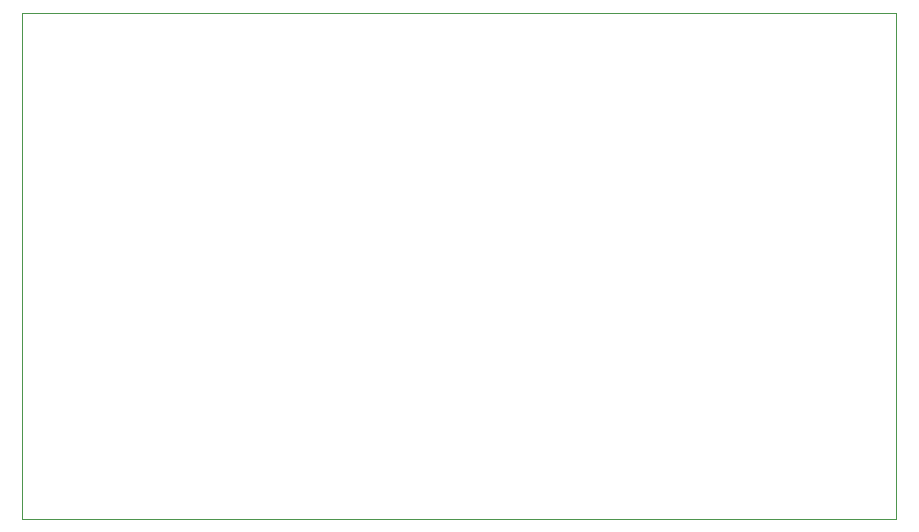
<source format=gko>
G04 Layer_Color=16711935*
%FSLAX44Y44*%
%MOMM*%
G71*
G01*
G75*
%ADD150C,0.1000*%
D150*
X740000Y270000D02*
Y340000D01*
Y434000D01*
X0D02*
X740000D01*
Y6000D02*
Y270000D01*
X0Y6000D02*
Y434000D01*
Y6000D02*
X740000D01*
M02*

</source>
